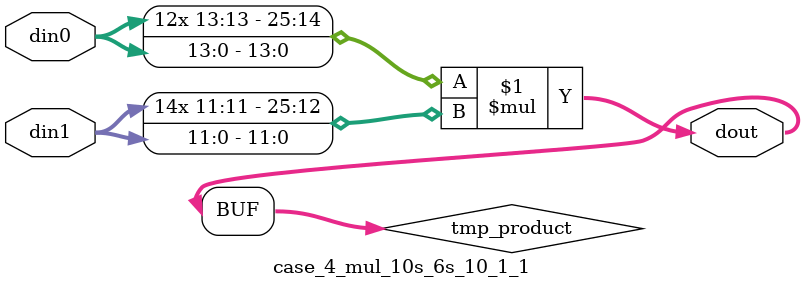
<source format=v>

`timescale 1 ns / 1 ps

 module case_4_mul_10s_6s_10_1_1(din0, din1, dout);
parameter ID = 1;
parameter NUM_STAGE = 0;
parameter din0_WIDTH = 14;
parameter din1_WIDTH = 12;
parameter dout_WIDTH = 26;

input [din0_WIDTH - 1 : 0] din0; 
input [din1_WIDTH - 1 : 0] din1; 
output [dout_WIDTH - 1 : 0] dout;

wire signed [dout_WIDTH - 1 : 0] tmp_product;



























assign tmp_product = $signed(din0) * $signed(din1);








assign dout = tmp_product;





















endmodule

</source>
